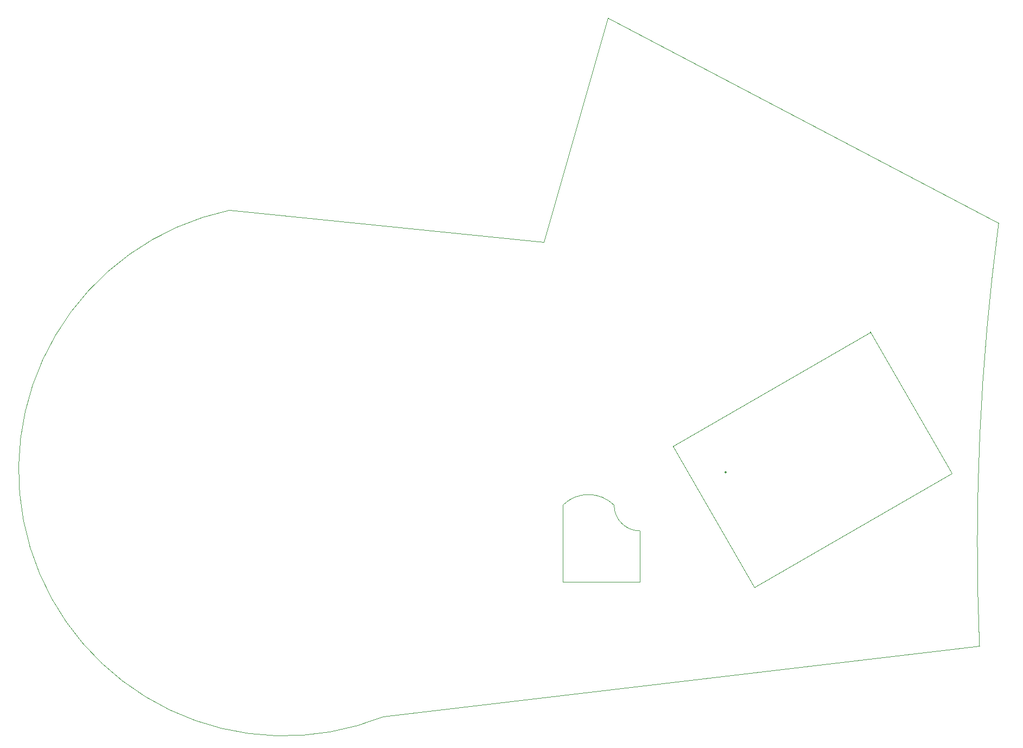
<source format=gbr>
G04 --- HEADER BEGIN --- *
G04 #@! TF.GenerationSoftware,LibrePCB,LibrePCB,0.1.2*
G04 #@! TF.CreationDate,2019-01-02T03:04:05*
G04 #@! TF.ProjectId,test_project,7c04f9d5-7366-4c4b-9e17-852ed57b3966,v1*
G04 #@! TF.Part,Single*
G04 #@! TF.SameCoordinates*
G04 #@! TF.FileFunction,Component,L2,Bot*
%FSLAX66Y66*%
%MOMM*%
G01*
G75*
G04 --- HEADER END --- *
G04 --- APERTURE LIST BEGIN --- *
G04 #@! TA.AperFunction,Profile*
%ADD10C,0.001*%
G04 #@! TA.AperFunction,ComponentMain*
%ADD11C,0.3*%
G04 #@! TA.AperFunction,ComponentOutline,Courtyard*
%ADD12C,0.1*%
G04 #@! TA.AperFunction,ComponentPin*
%ADD13C,0*%
%ADD14P,0.36X4X0.0*%
G04 #@! TD*
G04 --- APERTURE LIST END --- *
G04 --- BOARD BEGIN --- *
D10*
X28000000Y33000000D02*
X28000000Y33000000D01*
X28000000Y21000000D01*
X40000000Y21000000D01*
X40000000Y29000000D01*
G02*
X36000000Y33000000I0J4000000D01*
G01*
G03*
X28000000Y33000000I-4000000J-4000000D01*
G01*
X0Y0D02*
G03*
X0Y0I0J0D01*
G01*
X93000000Y11000000D01*
G02*
X96000000Y77000000I378691726J15854922D01*
G01*
X35000000Y109000000D01*
X25000000Y74000000D01*
X-24000000Y79000000D01*
G03*
X0Y0I8544198J-40549864D01*
G01*
D11*
G04 #@! TO.C,D2*
G04 #@! TO.CVal,Hello*
G04 #@! TO.CMnt,TH*
G04 #@! TO.CMPN,Demo Device*
G04 #@! TO.CFtp,Demo Package*
G04 #@! TO.CRot,120.0*
X76000000Y60000000D03*
D12*
X45204137Y42220000D02*
X57904137Y20222955D01*
X88700000Y38002955D01*
X76000000Y60000000D01*
X45204137Y42220000D01*
D13*
G04 #@! TO.P,D2,4,4*
X60012659Y41970886D03*
G04 #@! TO.P,D2,2,2*
X55613250Y39430886D03*
G04 #@! TO.P,D2,7,6*
X62892955Y31902068D03*
G04 #@! TO.P,D2,5,5*
X58493546Y29362068D03*
G04 #@! TO.P,D2,8,8*
X65092659Y33172068D03*
D14*
G04 #@! TO.P,D2,1,1*
X53413546Y38160886D03*
D13*
G04 #@! TO.P,D2,3,3*
X57812955Y40700886D03*
G04 #@! TO.P,D2,6,6*
X60693250Y30632068D03*
G04 --- BOARD END --- *

M02*

</source>
